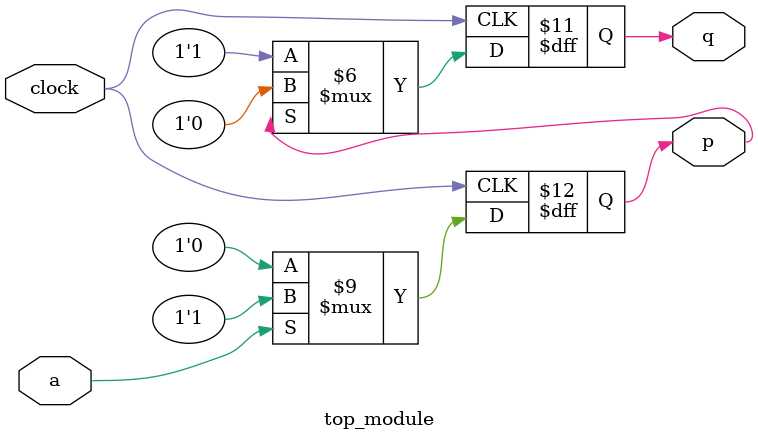
<source format=sv>
module top_module (
    input clock,
    input a, 
    output reg p,
    output reg q
);

always @(posedge clock) begin
    if (a == 1'b0) begin
        p <= 1'b0;
    end else begin
        p <= 1'b1;
    end
end

always @(posedge clock) begin
    if (p == 1'b1) begin
        q <= 1'b0;
    end else begin
        q <= 1'b1;
    end
end

endmodule

</source>
